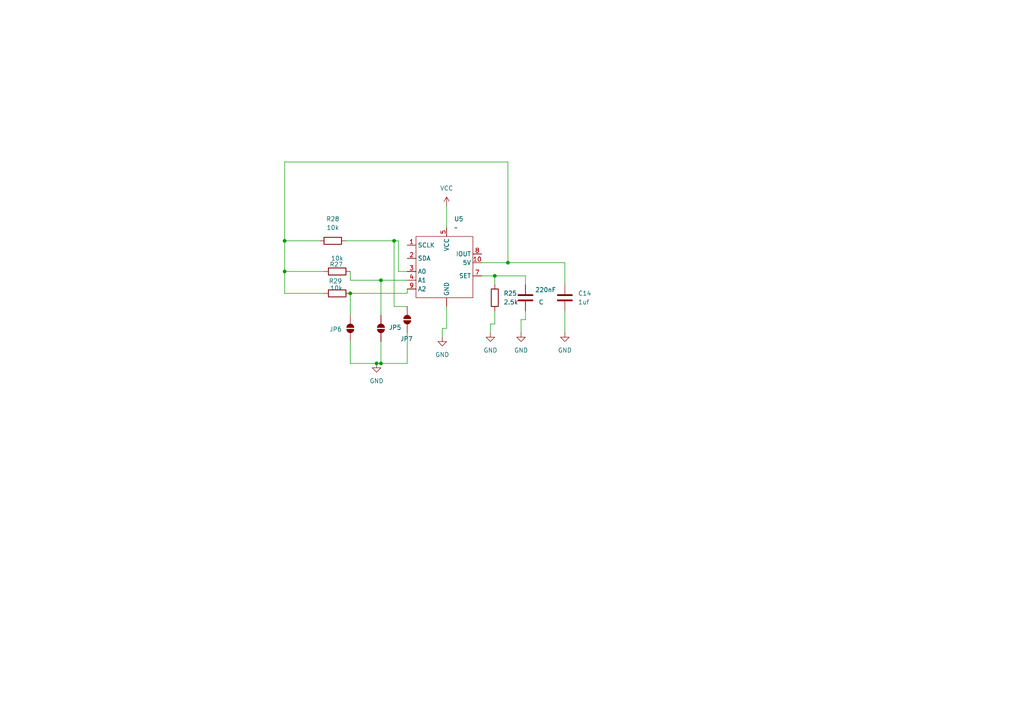
<source format=kicad_sch>
(kicad_sch
	(version 20250114)
	(generator "eeschema")
	(generator_version "9.0")
	(uuid "ce274fe2-4992-4993-b47d-9fec10148ec7")
	(paper "A4")
	(lib_symbols
		(symbol "Device:C"
			(pin_numbers
				(hide yes)
			)
			(pin_names
				(offset 0.254)
			)
			(exclude_from_sim no)
			(in_bom yes)
			(on_board yes)
			(property "Reference" "C"
				(at 0.635 2.54 0)
				(effects
					(font
						(size 1.27 1.27)
					)
					(justify left)
				)
			)
			(property "Value" "C"
				(at 0.635 -2.54 0)
				(effects
					(font
						(size 1.27 1.27)
					)
					(justify left)
				)
			)
			(property "Footprint" ""
				(at 0.9652 -3.81 0)
				(effects
					(font
						(size 1.27 1.27)
					)
					(hide yes)
				)
			)
			(property "Datasheet" "~"
				(at 0 0 0)
				(effects
					(font
						(size 1.27 1.27)
					)
					(hide yes)
				)
			)
			(property "Description" "Unpolarized capacitor"
				(at 0 0 0)
				(effects
					(font
						(size 1.27 1.27)
					)
					(hide yes)
				)
			)
			(property "ki_keywords" "cap capacitor"
				(at 0 0 0)
				(effects
					(font
						(size 1.27 1.27)
					)
					(hide yes)
				)
			)
			(property "ki_fp_filters" "C_*"
				(at 0 0 0)
				(effects
					(font
						(size 1.27 1.27)
					)
					(hide yes)
				)
			)
			(symbol "C_0_1"
				(polyline
					(pts
						(xy -2.032 0.762) (xy 2.032 0.762)
					)
					(stroke
						(width 0.508)
						(type default)
					)
					(fill
						(type none)
					)
				)
				(polyline
					(pts
						(xy -2.032 -0.762) (xy 2.032 -0.762)
					)
					(stroke
						(width 0.508)
						(type default)
					)
					(fill
						(type none)
					)
				)
			)
			(symbol "C_1_1"
				(pin passive line
					(at 0 3.81 270)
					(length 2.794)
					(name "~"
						(effects
							(font
								(size 1.27 1.27)
							)
						)
					)
					(number "1"
						(effects
							(font
								(size 1.27 1.27)
							)
						)
					)
				)
				(pin passive line
					(at 0 -3.81 90)
					(length 2.794)
					(name "~"
						(effects
							(font
								(size 1.27 1.27)
							)
						)
					)
					(number "2"
						(effects
							(font
								(size 1.27 1.27)
							)
						)
					)
				)
			)
			(embedded_fonts no)
		)
		(symbol "Device:R"
			(pin_numbers
				(hide yes)
			)
			(pin_names
				(offset 0)
			)
			(exclude_from_sim no)
			(in_bom yes)
			(on_board yes)
			(property "Reference" "R"
				(at 2.032 0 90)
				(effects
					(font
						(size 1.27 1.27)
					)
				)
			)
			(property "Value" "R"
				(at 0 0 90)
				(effects
					(font
						(size 1.27 1.27)
					)
				)
			)
			(property "Footprint" ""
				(at -1.778 0 90)
				(effects
					(font
						(size 1.27 1.27)
					)
					(hide yes)
				)
			)
			(property "Datasheet" "~"
				(at 0 0 0)
				(effects
					(font
						(size 1.27 1.27)
					)
					(hide yes)
				)
			)
			(property "Description" "Resistor"
				(at 0 0 0)
				(effects
					(font
						(size 1.27 1.27)
					)
					(hide yes)
				)
			)
			(property "ki_keywords" "R res resistor"
				(at 0 0 0)
				(effects
					(font
						(size 1.27 1.27)
					)
					(hide yes)
				)
			)
			(property "ki_fp_filters" "R_*"
				(at 0 0 0)
				(effects
					(font
						(size 1.27 1.27)
					)
					(hide yes)
				)
			)
			(symbol "R_0_1"
				(rectangle
					(start -1.016 -2.54)
					(end 1.016 2.54)
					(stroke
						(width 0.254)
						(type default)
					)
					(fill
						(type none)
					)
				)
			)
			(symbol "R_1_1"
				(pin passive line
					(at 0 3.81 270)
					(length 1.27)
					(name "~"
						(effects
							(font
								(size 1.27 1.27)
							)
						)
					)
					(number "1"
						(effects
							(font
								(size 1.27 1.27)
							)
						)
					)
				)
				(pin passive line
					(at 0 -3.81 90)
					(length 1.27)
					(name "~"
						(effects
							(font
								(size 1.27 1.27)
							)
						)
					)
					(number "2"
						(effects
							(font
								(size 1.27 1.27)
							)
						)
					)
				)
			)
			(embedded_fonts no)
		)
		(symbol "Jumper:SolderJumper_2_Open"
			(pin_numbers
				(hide yes)
			)
			(pin_names
				(offset 0)
				(hide yes)
			)
			(exclude_from_sim no)
			(in_bom no)
			(on_board yes)
			(property "Reference" "JP"
				(at 0 2.032 0)
				(effects
					(font
						(size 1.27 1.27)
					)
				)
			)
			(property "Value" "SolderJumper_2_Open"
				(at 0 -2.54 0)
				(effects
					(font
						(size 1.27 1.27)
					)
				)
			)
			(property "Footprint" ""
				(at 0 0 0)
				(effects
					(font
						(size 1.27 1.27)
					)
					(hide yes)
				)
			)
			(property "Datasheet" "~"
				(at 0 0 0)
				(effects
					(font
						(size 1.27 1.27)
					)
					(hide yes)
				)
			)
			(property "Description" "Solder Jumper, 2-pole, open"
				(at 0 0 0)
				(effects
					(font
						(size 1.27 1.27)
					)
					(hide yes)
				)
			)
			(property "ki_keywords" "solder jumper SPST"
				(at 0 0 0)
				(effects
					(font
						(size 1.27 1.27)
					)
					(hide yes)
				)
			)
			(property "ki_fp_filters" "SolderJumper*Open*"
				(at 0 0 0)
				(effects
					(font
						(size 1.27 1.27)
					)
					(hide yes)
				)
			)
			(symbol "SolderJumper_2_Open_0_1"
				(polyline
					(pts
						(xy -0.254 1.016) (xy -0.254 -1.016)
					)
					(stroke
						(width 0)
						(type default)
					)
					(fill
						(type none)
					)
				)
				(arc
					(start -0.254 -1.016)
					(mid -1.2656 0)
					(end -0.254 1.016)
					(stroke
						(width 0)
						(type default)
					)
					(fill
						(type none)
					)
				)
				(arc
					(start -0.254 -1.016)
					(mid -1.2656 0)
					(end -0.254 1.016)
					(stroke
						(width 0)
						(type default)
					)
					(fill
						(type outline)
					)
				)
				(arc
					(start 0.254 1.016)
					(mid 1.2656 0)
					(end 0.254 -1.016)
					(stroke
						(width 0)
						(type default)
					)
					(fill
						(type none)
					)
				)
				(arc
					(start 0.254 1.016)
					(mid 1.2656 0)
					(end 0.254 -1.016)
					(stroke
						(width 0)
						(type default)
					)
					(fill
						(type outline)
					)
				)
				(polyline
					(pts
						(xy 0.254 1.016) (xy 0.254 -1.016)
					)
					(stroke
						(width 0)
						(type default)
					)
					(fill
						(type none)
					)
				)
			)
			(symbol "SolderJumper_2_Open_1_1"
				(pin passive line
					(at -3.81 0 0)
					(length 2.54)
					(name "A"
						(effects
							(font
								(size 1.27 1.27)
							)
						)
					)
					(number "1"
						(effects
							(font
								(size 1.27 1.27)
							)
						)
					)
				)
				(pin passive line
					(at 3.81 0 180)
					(length 2.54)
					(name "B"
						(effects
							(font
								(size 1.27 1.27)
							)
						)
					)
					(number "2"
						(effects
							(font
								(size 1.27 1.27)
							)
						)
					)
				)
			)
			(embedded_fonts no)
		)
		(symbol "flautolibrery:mA_in"
			(exclude_from_sim no)
			(in_bom yes)
			(on_board yes)
			(property "Reference" "U"
				(at 0 0 0)
				(effects
					(font
						(size 1.27 1.27)
					)
				)
			)
			(property "Value" ""
				(at 0 0 0)
				(effects
					(font
						(size 1.27 1.27)
					)
				)
			)
			(property "Footprint" ""
				(at 0 0 0)
				(effects
					(font
						(size 1.27 1.27)
					)
					(hide yes)
				)
			)
			(property "Datasheet" ""
				(at 0 0 0)
				(effects
					(font
						(size 1.27 1.27)
					)
					(hide yes)
				)
			)
			(property "Description" ""
				(at 0 0 0)
				(effects
					(font
						(size 1.27 1.27)
					)
					(hide yes)
				)
			)
			(symbol "mA_in_0_1"
				(rectangle
					(start 1.27 0)
					(end 17.78 -17.78)
					(stroke
						(width 0)
						(type default)
					)
					(fill
						(type none)
					)
				)
			)
			(symbol "mA_in_1_1"
				(pin input line
					(at -1.27 -2.54 0)
					(length 2.54)
					(name "SCLK"
						(effects
							(font
								(size 1.27 1.27)
							)
						)
					)
					(number "1"
						(effects
							(font
								(size 1.27 1.27)
							)
						)
					)
				)
				(pin input line
					(at -1.27 -6.35 0)
					(length 2.54)
					(name "SDA"
						(effects
							(font
								(size 1.27 1.27)
							)
						)
					)
					(number "2"
						(effects
							(font
								(size 1.27 1.27)
							)
						)
					)
				)
				(pin input line
					(at -1.27 -10.16 0)
					(length 2.54)
					(name "A0"
						(effects
							(font
								(size 1.27 1.27)
							)
						)
					)
					(number "3"
						(effects
							(font
								(size 1.27 1.27)
							)
						)
					)
				)
				(pin input line
					(at -1.27 -12.7 0)
					(length 2.54)
					(name "A1"
						(effects
							(font
								(size 1.27 1.27)
							)
						)
					)
					(number "4"
						(effects
							(font
								(size 1.27 1.27)
							)
						)
					)
				)
				(pin input line
					(at -1.27 -15.24 0)
					(length 2.54)
					(name "A2"
						(effects
							(font
								(size 1.27 1.27)
							)
						)
					)
					(number "9"
						(effects
							(font
								(size 1.27 1.27)
							)
						)
					)
				)
				(pin input line
					(at 10.16 2.54 270)
					(length 2.54)
					(name "VCC"
						(effects
							(font
								(size 1.27 1.27)
							)
						)
					)
					(number "5"
						(effects
							(font
								(size 1.27 1.27)
							)
						)
					)
				)
				(pin input line
					(at 10.16 -20.32 90)
					(length 2.54)
					(name "GND"
						(effects
							(font
								(size 1.27 1.27)
							)
						)
					)
					(number ""
						(effects
							(font
								(size 1.27 1.27)
							)
						)
					)
				)
				(pin input line
					(at 20.32 -5.08 180)
					(length 2.54)
					(name "IOUT"
						(effects
							(font
								(size 1.27 1.27)
							)
						)
					)
					(number "8"
						(effects
							(font
								(size 1.27 1.27)
							)
						)
					)
				)
				(pin input line
					(at 20.32 -7.62 180)
					(length 2.54)
					(name "5V"
						(effects
							(font
								(size 1.27 1.27)
							)
						)
					)
					(number "10"
						(effects
							(font
								(size 1.27 1.27)
							)
						)
					)
				)
				(pin input line
					(at 20.32 -11.43 180)
					(length 2.54)
					(name "SET"
						(effects
							(font
								(size 1.27 1.27)
							)
						)
					)
					(number "7"
						(effects
							(font
								(size 1.27 1.27)
							)
						)
					)
				)
			)
			(embedded_fonts no)
		)
		(symbol "power:GND"
			(power)
			(pin_numbers
				(hide yes)
			)
			(pin_names
				(offset 0)
				(hide yes)
			)
			(exclude_from_sim no)
			(in_bom yes)
			(on_board yes)
			(property "Reference" "#PWR"
				(at 0 -6.35 0)
				(effects
					(font
						(size 1.27 1.27)
					)
					(hide yes)
				)
			)
			(property "Value" "GND"
				(at 0 -3.81 0)
				(effects
					(font
						(size 1.27 1.27)
					)
				)
			)
			(property "Footprint" ""
				(at 0 0 0)
				(effects
					(font
						(size 1.27 1.27)
					)
					(hide yes)
				)
			)
			(property "Datasheet" ""
				(at 0 0 0)
				(effects
					(font
						(size 1.27 1.27)
					)
					(hide yes)
				)
			)
			(property "Description" "Power symbol creates a global label with name \"GND\" , ground"
				(at 0 0 0)
				(effects
					(font
						(size 1.27 1.27)
					)
					(hide yes)
				)
			)
			(property "ki_keywords" "global power"
				(at 0 0 0)
				(effects
					(font
						(size 1.27 1.27)
					)
					(hide yes)
				)
			)
			(symbol "GND_0_1"
				(polyline
					(pts
						(xy 0 0) (xy 0 -1.27) (xy 1.27 -1.27) (xy 0 -2.54) (xy -1.27 -1.27) (xy 0 -1.27)
					)
					(stroke
						(width 0)
						(type default)
					)
					(fill
						(type none)
					)
				)
			)
			(symbol "GND_1_1"
				(pin power_in line
					(at 0 0 270)
					(length 0)
					(name "~"
						(effects
							(font
								(size 1.27 1.27)
							)
						)
					)
					(number "1"
						(effects
							(font
								(size 1.27 1.27)
							)
						)
					)
				)
			)
			(embedded_fonts no)
		)
		(symbol "power:VCC"
			(power)
			(pin_numbers
				(hide yes)
			)
			(pin_names
				(offset 0)
				(hide yes)
			)
			(exclude_from_sim no)
			(in_bom yes)
			(on_board yes)
			(property "Reference" "#PWR"
				(at 0 -3.81 0)
				(effects
					(font
						(size 1.27 1.27)
					)
					(hide yes)
				)
			)
			(property "Value" "VCC"
				(at 0 3.556 0)
				(effects
					(font
						(size 1.27 1.27)
					)
				)
			)
			(property "Footprint" ""
				(at 0 0 0)
				(effects
					(font
						(size 1.27 1.27)
					)
					(hide yes)
				)
			)
			(property "Datasheet" ""
				(at 0 0 0)
				(effects
					(font
						(size 1.27 1.27)
					)
					(hide yes)
				)
			)
			(property "Description" "Power symbol creates a global label with name \"VCC\""
				(at 0 0 0)
				(effects
					(font
						(size 1.27 1.27)
					)
					(hide yes)
				)
			)
			(property "ki_keywords" "global power"
				(at 0 0 0)
				(effects
					(font
						(size 1.27 1.27)
					)
					(hide yes)
				)
			)
			(symbol "VCC_0_1"
				(polyline
					(pts
						(xy -0.762 1.27) (xy 0 2.54)
					)
					(stroke
						(width 0)
						(type default)
					)
					(fill
						(type none)
					)
				)
				(polyline
					(pts
						(xy 0 2.54) (xy 0.762 1.27)
					)
					(stroke
						(width 0)
						(type default)
					)
					(fill
						(type none)
					)
				)
				(polyline
					(pts
						(xy 0 0) (xy 0 2.54)
					)
					(stroke
						(width 0)
						(type default)
					)
					(fill
						(type none)
					)
				)
			)
			(symbol "VCC_1_1"
				(pin power_in line
					(at 0 0 90)
					(length 0)
					(name "~"
						(effects
							(font
								(size 1.27 1.27)
							)
						)
					)
					(number "1"
						(effects
							(font
								(size 1.27 1.27)
							)
						)
					)
				)
			)
			(embedded_fonts no)
		)
	)
	(junction
		(at 101.6 85.09)
		(diameter 0)
		(color 0 0 0 0)
		(uuid "06451fba-e783-46f1-b09f-5279bb56c2fd")
	)
	(junction
		(at 82.55 78.74)
		(diameter 0)
		(color 0 0 0 0)
		(uuid "19788d39-16ae-4195-93da-26f1147bdb1f")
	)
	(junction
		(at 109.22 105.41)
		(diameter 0)
		(color 0 0 0 0)
		(uuid "47c05206-b05a-4138-a106-a4ba78ba8140")
	)
	(junction
		(at 82.55 69.85)
		(diameter 0)
		(color 0 0 0 0)
		(uuid "601a90fc-5092-4618-99c8-ff24ff63aa1f")
	)
	(junction
		(at 110.49 105.41)
		(diameter 0)
		(color 0 0 0 0)
		(uuid "63fa56a2-ca9b-478b-81ed-9971211d09b5")
	)
	(junction
		(at 143.51 80.01)
		(diameter 0)
		(color 0 0 0 0)
		(uuid "90427e10-1328-43e4-8515-81d6d8a34330")
	)
	(junction
		(at 147.32 76.2)
		(diameter 0)
		(color 0 0 0 0)
		(uuid "941a99fb-4650-4b3e-8101-b5a0fb3cfafd")
	)
	(junction
		(at 114.3 69.85)
		(diameter 0)
		(color 0 0 0 0)
		(uuid "cea418c5-e5d0-423a-9b44-35bb0c9552f4")
	)
	(junction
		(at 110.49 81.28)
		(diameter 0)
		(color 0 0 0 0)
		(uuid "d0b20c9f-f847-4809-9f1a-fec133c268eb")
	)
	(wire
		(pts
			(xy 118.11 96.52) (xy 118.11 105.41)
		)
		(stroke
			(width 0)
			(type default)
		)
		(uuid "03c6d7d1-b95e-42dd-89df-6728a5df0c88")
	)
	(wire
		(pts
			(xy 143.51 80.01) (xy 143.51 82.55)
		)
		(stroke
			(width 0)
			(type default)
		)
		(uuid "06a2a989-2c9a-4774-ae01-174d0030a045")
	)
	(wire
		(pts
			(xy 118.11 105.41) (xy 110.49 105.41)
		)
		(stroke
			(width 0)
			(type default)
		)
		(uuid "0a10ad7f-1161-4b88-af63-be6d8c906585")
	)
	(wire
		(pts
			(xy 115.57 69.85) (xy 115.57 78.74)
		)
		(stroke
			(width 0)
			(type default)
		)
		(uuid "16fbac1c-9908-47b3-b87c-ab305b1d1390")
	)
	(wire
		(pts
			(xy 128.27 95.25) (xy 128.27 97.79)
		)
		(stroke
			(width 0)
			(type default)
		)
		(uuid "1c9ec019-0ea7-4b54-9de8-59d53dc7628a")
	)
	(wire
		(pts
			(xy 101.6 85.09) (xy 118.11 85.09)
		)
		(stroke
			(width 0)
			(type default)
		)
		(uuid "1dc78b5a-a6c4-4d63-a466-dcb404a867d8")
	)
	(wire
		(pts
			(xy 115.57 78.74) (xy 118.11 78.74)
		)
		(stroke
			(width 0)
			(type default)
		)
		(uuid "1ea0fe68-eaa9-4af2-ae69-7b1e7c8e131f")
	)
	(wire
		(pts
			(xy 142.24 93.98) (xy 142.24 96.52)
		)
		(stroke
			(width 0)
			(type default)
		)
		(uuid "28f20dfc-348c-4e69-846a-c813d3eb592f")
	)
	(wire
		(pts
			(xy 101.6 99.06) (xy 101.6 105.41)
		)
		(stroke
			(width 0)
			(type default)
		)
		(uuid "315f04f6-93d5-4eae-934f-49412889ef2b")
	)
	(wire
		(pts
			(xy 152.4 92.71) (xy 151.13 92.71)
		)
		(stroke
			(width 0)
			(type default)
		)
		(uuid "36b189f3-2cca-4088-9896-ad6af345ced1")
	)
	(wire
		(pts
			(xy 114.3 88.9) (xy 114.3 69.85)
		)
		(stroke
			(width 0)
			(type default)
		)
		(uuid "3aa42f96-7ed7-4841-bd5c-0b12366dbd00")
	)
	(wire
		(pts
			(xy 82.55 85.09) (xy 82.55 78.74)
		)
		(stroke
			(width 0)
			(type default)
		)
		(uuid "432df139-7ec3-4624-923b-25827d05e7c1")
	)
	(wire
		(pts
			(xy 147.32 76.2) (xy 139.7 76.2)
		)
		(stroke
			(width 0)
			(type default)
		)
		(uuid "44051a26-eb92-4296-83fb-d3b0f48bedc5")
	)
	(wire
		(pts
			(xy 143.51 90.17) (xy 143.51 93.98)
		)
		(stroke
			(width 0)
			(type default)
		)
		(uuid "49a256f6-1126-4f7e-a902-9ff294eef7e2")
	)
	(wire
		(pts
			(xy 82.55 46.99) (xy 147.32 46.99)
		)
		(stroke
			(width 0)
			(type default)
		)
		(uuid "4fdcfd8e-c9e3-49cd-a38e-4dc503d982ab")
	)
	(wire
		(pts
			(xy 93.98 85.09) (xy 82.55 85.09)
		)
		(stroke
			(width 0)
			(type default)
		)
		(uuid "5b7c374c-0333-4a95-af51-d7165376d92a")
	)
	(wire
		(pts
			(xy 110.49 91.44) (xy 110.49 81.28)
		)
		(stroke
			(width 0)
			(type default)
		)
		(uuid "5d5cd6f8-4a1a-4033-b6a4-3b11efa2a4eb")
	)
	(wire
		(pts
			(xy 139.7 80.01) (xy 143.51 80.01)
		)
		(stroke
			(width 0)
			(type default)
		)
		(uuid "60468abb-32e7-42ce-aa51-6a79072fa151")
	)
	(wire
		(pts
			(xy 147.32 46.99) (xy 147.32 76.2)
		)
		(stroke
			(width 0)
			(type default)
		)
		(uuid "619f9640-6a88-495a-9997-ee2b39c14585")
	)
	(wire
		(pts
			(xy 82.55 69.85) (xy 82.55 78.74)
		)
		(stroke
			(width 0)
			(type default)
		)
		(uuid "6da34a9f-60ee-48fb-b7aa-c660f137f401")
	)
	(wire
		(pts
			(xy 110.49 81.28) (xy 118.11 81.28)
		)
		(stroke
			(width 0)
			(type default)
		)
		(uuid "771373bc-8ce1-49bf-a25a-49e05495af7e")
	)
	(wire
		(pts
			(xy 110.49 105.41) (xy 109.22 105.41)
		)
		(stroke
			(width 0)
			(type default)
		)
		(uuid "84bdf5d5-8df2-481f-9bee-48ea74cf297c")
	)
	(wire
		(pts
			(xy 143.51 80.01) (xy 152.4 80.01)
		)
		(stroke
			(width 0)
			(type default)
		)
		(uuid "8627ebc2-d759-4bc1-a624-4abbe2441221")
	)
	(wire
		(pts
			(xy 129.54 59.69) (xy 129.54 66.04)
		)
		(stroke
			(width 0)
			(type default)
		)
		(uuid "8aa5c5e8-b446-4520-b914-772f474b7e3c")
	)
	(wire
		(pts
			(xy 151.13 92.71) (xy 151.13 96.52)
		)
		(stroke
			(width 0)
			(type default)
		)
		(uuid "8c83bb95-fc38-4bd0-9f5d-b797f0b53a92")
	)
	(wire
		(pts
			(xy 152.4 82.55) (xy 152.4 80.01)
		)
		(stroke
			(width 0)
			(type default)
		)
		(uuid "93201c58-55d0-4fd5-a781-cd96f5d8cc6d")
	)
	(wire
		(pts
			(xy 163.83 90.17) (xy 163.83 96.52)
		)
		(stroke
			(width 0)
			(type default)
		)
		(uuid "ab295495-0117-4bf1-aea4-10c24c200c30")
	)
	(wire
		(pts
			(xy 101.6 78.74) (xy 101.6 81.28)
		)
		(stroke
			(width 0)
			(type default)
		)
		(uuid "af7b2bff-e8fe-4260-8b86-db8e7f7fc9d0")
	)
	(wire
		(pts
			(xy 93.98 78.74) (xy 82.55 78.74)
		)
		(stroke
			(width 0)
			(type default)
		)
		(uuid "b087e30f-7eea-4563-b47b-8f401901949a")
	)
	(wire
		(pts
			(xy 118.11 88.9) (xy 114.3 88.9)
		)
		(stroke
			(width 0)
			(type default)
		)
		(uuid "b57f7def-7b60-45aa-8f01-5e78bf7a48f9")
	)
	(wire
		(pts
			(xy 114.3 69.85) (xy 115.57 69.85)
		)
		(stroke
			(width 0)
			(type default)
		)
		(uuid "b6490fc5-1d21-484d-82f5-7b1eb327604f")
	)
	(wire
		(pts
			(xy 152.4 90.17) (xy 152.4 92.71)
		)
		(stroke
			(width 0)
			(type default)
		)
		(uuid "c6d73c7d-31ea-4a28-b2a5-6d444bd9f280")
	)
	(wire
		(pts
			(xy 100.33 69.85) (xy 114.3 69.85)
		)
		(stroke
			(width 0)
			(type default)
		)
		(uuid "d72f4709-6346-4cbd-afae-cf9602c84284")
	)
	(wire
		(pts
			(xy 129.54 88.9) (xy 129.54 95.25)
		)
		(stroke
			(width 0)
			(type default)
		)
		(uuid "d8fc818a-b9e4-4c29-b9b0-399c06222100")
	)
	(wire
		(pts
			(xy 163.83 76.2) (xy 147.32 76.2)
		)
		(stroke
			(width 0)
			(type default)
		)
		(uuid "e07a6779-7765-4341-9b12-9bb8412b742e")
	)
	(wire
		(pts
			(xy 82.55 46.99) (xy 82.55 69.85)
		)
		(stroke
			(width 0)
			(type default)
		)
		(uuid "e2ec4a15-0923-4fff-8add-83019bfda904")
	)
	(wire
		(pts
			(xy 101.6 81.28) (xy 110.49 81.28)
		)
		(stroke
			(width 0)
			(type default)
		)
		(uuid "e4092b16-ea56-4d1d-8d45-7f31856ff989")
	)
	(wire
		(pts
			(xy 92.71 69.85) (xy 82.55 69.85)
		)
		(stroke
			(width 0)
			(type default)
		)
		(uuid "e7a96678-af5d-41d0-922b-a77172e369d5")
	)
	(wire
		(pts
			(xy 163.83 82.55) (xy 163.83 76.2)
		)
		(stroke
			(width 0)
			(type default)
		)
		(uuid "e8c98ce5-562c-444d-9f63-84a10f74296c")
	)
	(wire
		(pts
			(xy 110.49 99.06) (xy 110.49 105.41)
		)
		(stroke
			(width 0)
			(type default)
		)
		(uuid "ea0030fe-4bd4-4a47-85c1-608d1cf4592e")
	)
	(wire
		(pts
			(xy 129.54 95.25) (xy 128.27 95.25)
		)
		(stroke
			(width 0)
			(type default)
		)
		(uuid "ed70f516-e641-448f-bea4-c442fc044f74")
	)
	(wire
		(pts
			(xy 118.11 85.09) (xy 118.11 83.82)
		)
		(stroke
			(width 0)
			(type default)
		)
		(uuid "f3efbe4c-0f4e-4498-8468-fb8b95e66aaa")
	)
	(wire
		(pts
			(xy 101.6 91.44) (xy 101.6 85.09)
		)
		(stroke
			(width 0)
			(type default)
		)
		(uuid "f56ce85a-e154-4177-8de1-bd04cbd2e14f")
	)
	(wire
		(pts
			(xy 143.51 93.98) (xy 142.24 93.98)
		)
		(stroke
			(width 0)
			(type default)
		)
		(uuid "f629248c-be01-4f5e-a053-5e0060b82d95")
	)
	(wire
		(pts
			(xy 101.6 105.41) (xy 109.22 105.41)
		)
		(stroke
			(width 0)
			(type default)
		)
		(uuid "fcd8ecd1-93b9-41d3-b88c-79a34e4fd0d1")
	)
	(symbol
		(lib_id "power:GND")
		(at 109.22 105.41 0)
		(unit 1)
		(exclude_from_sim no)
		(in_bom yes)
		(on_board yes)
		(dnp no)
		(fields_autoplaced yes)
		(uuid "044bf13c-140b-43d1-b334-8c22ad224997")
		(property "Reference" "#PWR070"
			(at 109.22 111.76 0)
			(effects
				(font
					(size 1.27 1.27)
				)
				(hide yes)
			)
		)
		(property "Value" "GND"
			(at 109.22 110.49 0)
			(effects
				(font
					(size 1.27 1.27)
				)
			)
		)
		(property "Footprint" ""
			(at 109.22 105.41 0)
			(effects
				(font
					(size 1.27 1.27)
				)
				(hide yes)
			)
		)
		(property "Datasheet" ""
			(at 109.22 105.41 0)
			(effects
				(font
					(size 1.27 1.27)
				)
				(hide yes)
			)
		)
		(property "Description" "Power symbol creates a global label with name \"GND\" , ground"
			(at 109.22 105.41 0)
			(effects
				(font
					(size 1.27 1.27)
				)
				(hide yes)
			)
		)
		(pin "1"
			(uuid "d4c8e7d4-c323-4efb-876d-80518174436a")
		)
		(instances
			(project "NIVARA PROJECT"
				(path "/dc6fb271-dfd0-4448-98f1-862b1cc93a80/2ca62569-d560-4cca-9470-52fd378086ae/913cb355-9a48-4e82-90ff-81877341ca56"
					(reference "#PWR070")
					(unit 1)
				)
			)
		)
	)
	(symbol
		(lib_id "power:GND")
		(at 142.24 96.52 0)
		(unit 1)
		(exclude_from_sim no)
		(in_bom yes)
		(on_board yes)
		(dnp no)
		(fields_autoplaced yes)
		(uuid "0fce3c1a-daea-46b9-83ea-b2a779b19cfa")
		(property "Reference" "#PWR067"
			(at 142.24 102.87 0)
			(effects
				(font
					(size 1.27 1.27)
				)
				(hide yes)
			)
		)
		(property "Value" "GND"
			(at 142.24 101.6 0)
			(effects
				(font
					(size 1.27 1.27)
				)
			)
		)
		(property "Footprint" ""
			(at 142.24 96.52 0)
			(effects
				(font
					(size 1.27 1.27)
				)
				(hide yes)
			)
		)
		(property "Datasheet" ""
			(at 142.24 96.52 0)
			(effects
				(font
					(size 1.27 1.27)
				)
				(hide yes)
			)
		)
		(property "Description" "Power symbol creates a global label with name \"GND\" , ground"
			(at 142.24 96.52 0)
			(effects
				(font
					(size 1.27 1.27)
				)
				(hide yes)
			)
		)
		(pin "1"
			(uuid "69d65704-84dc-4459-a1c1-492e840e2883")
		)
		(instances
			(project "NIVARA PROJECT"
				(path "/dc6fb271-dfd0-4448-98f1-862b1cc93a80/2ca62569-d560-4cca-9470-52fd378086ae/913cb355-9a48-4e82-90ff-81877341ca56"
					(reference "#PWR067")
					(unit 1)
				)
			)
		)
	)
	(symbol
		(lib_id "Jumper:SolderJumper_2_Open")
		(at 101.6 95.25 90)
		(unit 1)
		(exclude_from_sim no)
		(in_bom no)
		(on_board yes)
		(dnp no)
		(uuid "1dee466c-abe2-48fb-b255-a2b554eaf10a")
		(property "Reference" "JP6"
			(at 95.504 95.504 90)
			(effects
				(font
					(size 1.27 1.27)
				)
				(justify right)
			)
		)
		(property "Value" "SolderJumper_2_Open"
			(at 104.14 96.5199 90)
			(effects
				(font
					(size 1.27 1.27)
				)
				(justify right)
				(hide yes)
			)
		)
		(property "Footprint" ""
			(at 101.6 95.25 0)
			(effects
				(font
					(size 1.27 1.27)
				)
				(hide yes)
			)
		)
		(property "Datasheet" "~"
			(at 101.6 95.25 0)
			(effects
				(font
					(size 1.27 1.27)
				)
				(hide yes)
			)
		)
		(property "Description" "Solder Jumper, 2-pole, open"
			(at 101.6 95.25 0)
			(effects
				(font
					(size 1.27 1.27)
				)
				(hide yes)
			)
		)
		(pin "1"
			(uuid "b69b6409-59e0-4ff8-bdac-64c77aebc47c")
		)
		(pin "2"
			(uuid "0e0343f8-a52d-4933-8793-809c5ea4dcf8")
		)
		(instances
			(project "NIVARA PROJECT"
				(path "/dc6fb271-dfd0-4448-98f1-862b1cc93a80/2ca62569-d560-4cca-9470-52fd378086ae/913cb355-9a48-4e82-90ff-81877341ca56"
					(reference "JP6")
					(unit 1)
				)
			)
		)
	)
	(symbol
		(lib_id "Device:R")
		(at 97.79 85.09 90)
		(unit 1)
		(exclude_from_sim no)
		(in_bom yes)
		(on_board yes)
		(dnp no)
		(uuid "438dc1b2-88e0-4c11-a880-64ea008c4dce")
		(property "Reference" "R29"
			(at 97.282 81.534 90)
			(effects
				(font
					(size 1.27 1.27)
				)
			)
		)
		(property "Value" "10k"
			(at 97.536 83.566 90)
			(effects
				(font
					(size 1.27 1.27)
				)
			)
		)
		(property "Footprint" ""
			(at 97.79 86.868 90)
			(effects
				(font
					(size 1.27 1.27)
				)
				(hide yes)
			)
		)
		(property "Datasheet" "~"
			(at 97.79 85.09 0)
			(effects
				(font
					(size 1.27 1.27)
				)
				(hide yes)
			)
		)
		(property "Description" "Resistor"
			(at 97.79 85.09 0)
			(effects
				(font
					(size 1.27 1.27)
				)
				(hide yes)
			)
		)
		(pin "1"
			(uuid "0448e80f-c03f-40ac-9251-836afaf6010a")
		)
		(pin "2"
			(uuid "3403377c-4535-46eb-868f-5d6e361e60a2")
		)
		(instances
			(project "NIVARA PROJECT"
				(path "/dc6fb271-dfd0-4448-98f1-862b1cc93a80/2ca62569-d560-4cca-9470-52fd378086ae/913cb355-9a48-4e82-90ff-81877341ca56"
					(reference "R29")
					(unit 1)
				)
			)
		)
	)
	(symbol
		(lib_id "power:VCC")
		(at 129.54 59.69 0)
		(unit 1)
		(exclude_from_sim no)
		(in_bom yes)
		(on_board yes)
		(dnp no)
		(fields_autoplaced yes)
		(uuid "56341806-e1d9-4853-93c7-17ee08559906")
		(property "Reference" "#PWR052"
			(at 129.54 63.5 0)
			(effects
				(font
					(size 1.27 1.27)
				)
				(hide yes)
			)
		)
		(property "Value" "VCC"
			(at 129.54 54.61 0)
			(effects
				(font
					(size 1.27 1.27)
				)
			)
		)
		(property "Footprint" ""
			(at 129.54 59.69 0)
			(effects
				(font
					(size 1.27 1.27)
				)
				(hide yes)
			)
		)
		(property "Datasheet" ""
			(at 129.54 59.69 0)
			(effects
				(font
					(size 1.27 1.27)
				)
				(hide yes)
			)
		)
		(property "Description" "Power symbol creates a global label with name \"VCC\""
			(at 129.54 59.69 0)
			(effects
				(font
					(size 1.27 1.27)
				)
				(hide yes)
			)
		)
		(pin "1"
			(uuid "4ca646b5-b245-4745-8e5e-109998632367")
		)
		(instances
			(project "NIVARA PROJECT"
				(path "/dc6fb271-dfd0-4448-98f1-862b1cc93a80/2ca62569-d560-4cca-9470-52fd378086ae/913cb355-9a48-4e82-90ff-81877341ca56"
					(reference "#PWR052")
					(unit 1)
				)
			)
		)
	)
	(symbol
		(lib_id "power:GND")
		(at 163.83 96.52 0)
		(unit 1)
		(exclude_from_sim no)
		(in_bom yes)
		(on_board yes)
		(dnp no)
		(fields_autoplaced yes)
		(uuid "57f53ca3-1403-4c76-80eb-3f3d545fbb01")
		(property "Reference" "#PWR069"
			(at 163.83 102.87 0)
			(effects
				(font
					(size 1.27 1.27)
				)
				(hide yes)
			)
		)
		(property "Value" "GND"
			(at 163.83 101.6 0)
			(effects
				(font
					(size 1.27 1.27)
				)
			)
		)
		(property "Footprint" ""
			(at 163.83 96.52 0)
			(effects
				(font
					(size 1.27 1.27)
				)
				(hide yes)
			)
		)
		(property "Datasheet" ""
			(at 163.83 96.52 0)
			(effects
				(font
					(size 1.27 1.27)
				)
				(hide yes)
			)
		)
		(property "Description" "Power symbol creates a global label with name \"GND\" , ground"
			(at 163.83 96.52 0)
			(effects
				(font
					(size 1.27 1.27)
				)
				(hide yes)
			)
		)
		(pin "1"
			(uuid "2af0df84-2d92-4e23-aa3f-3eb931b6fe8d")
		)
		(instances
			(project "NIVARA PROJECT"
				(path "/dc6fb271-dfd0-4448-98f1-862b1cc93a80/2ca62569-d560-4cca-9470-52fd378086ae/913cb355-9a48-4e82-90ff-81877341ca56"
					(reference "#PWR069")
					(unit 1)
				)
			)
		)
	)
	(symbol
		(lib_id "Device:R")
		(at 143.51 86.36 0)
		(unit 1)
		(exclude_from_sim no)
		(in_bom yes)
		(on_board yes)
		(dnp no)
		(fields_autoplaced yes)
		(uuid "57ff8135-e2d1-43d0-b2db-02aa1ccc8b97")
		(property "Reference" "R25"
			(at 146.05 85.0899 0)
			(effects
				(font
					(size 1.27 1.27)
				)
				(justify left)
			)
		)
		(property "Value" "2.5k"
			(at 146.05 87.6299 0)
			(effects
				(font
					(size 1.27 1.27)
				)
				(justify left)
			)
		)
		(property "Footprint" ""
			(at 141.732 86.36 90)
			(effects
				(font
					(size 1.27 1.27)
				)
				(hide yes)
			)
		)
		(property "Datasheet" "~"
			(at 143.51 86.36 0)
			(effects
				(font
					(size 1.27 1.27)
				)
				(hide yes)
			)
		)
		(property "Description" "Resistor"
			(at 143.51 86.36 0)
			(effects
				(font
					(size 1.27 1.27)
				)
				(hide yes)
			)
		)
		(pin "1"
			(uuid "8cc2f6e1-2398-4690-8b43-167228b1fca6")
		)
		(pin "2"
			(uuid "3edc021f-aedf-4856-99e8-91dae3c442c7")
		)
		(instances
			(project ""
				(path "/dc6fb271-dfd0-4448-98f1-862b1cc93a80/2ca62569-d560-4cca-9470-52fd378086ae/913cb355-9a48-4e82-90ff-81877341ca56"
					(reference "R25")
					(unit 1)
				)
			)
		)
	)
	(symbol
		(lib_id "power:GND")
		(at 128.27 97.79 0)
		(unit 1)
		(exclude_from_sim no)
		(in_bom yes)
		(on_board yes)
		(dnp no)
		(fields_autoplaced yes)
		(uuid "84085025-77e5-4b60-af43-4781cd36899a")
		(property "Reference" "#PWR066"
			(at 128.27 104.14 0)
			(effects
				(font
					(size 1.27 1.27)
				)
				(hide yes)
			)
		)
		(property "Value" "GND"
			(at 128.27 102.87 0)
			(effects
				(font
					(size 1.27 1.27)
				)
			)
		)
		(property "Footprint" ""
			(at 128.27 97.79 0)
			(effects
				(font
					(size 1.27 1.27)
				)
				(hide yes)
			)
		)
		(property "Datasheet" ""
			(at 128.27 97.79 0)
			(effects
				(font
					(size 1.27 1.27)
				)
				(hide yes)
			)
		)
		(property "Description" "Power symbol creates a global label with name \"GND\" , ground"
			(at 128.27 97.79 0)
			(effects
				(font
					(size 1.27 1.27)
				)
				(hide yes)
			)
		)
		(pin "1"
			(uuid "c7ac8f50-010a-489c-95ec-c9884071a91a")
		)
		(instances
			(project "NIVARA PROJECT"
				(path "/dc6fb271-dfd0-4448-98f1-862b1cc93a80/2ca62569-d560-4cca-9470-52fd378086ae/913cb355-9a48-4e82-90ff-81877341ca56"
					(reference "#PWR066")
					(unit 1)
				)
			)
		)
	)
	(symbol
		(lib_id "power:GND")
		(at 151.13 96.52 0)
		(unit 1)
		(exclude_from_sim no)
		(in_bom yes)
		(on_board yes)
		(dnp no)
		(fields_autoplaced yes)
		(uuid "89567aa3-30df-4cb9-a624-31409224064e")
		(property "Reference" "#PWR068"
			(at 151.13 102.87 0)
			(effects
				(font
					(size 1.27 1.27)
				)
				(hide yes)
			)
		)
		(property "Value" "GND"
			(at 151.13 101.6 0)
			(effects
				(font
					(size 1.27 1.27)
				)
			)
		)
		(property "Footprint" ""
			(at 151.13 96.52 0)
			(effects
				(font
					(size 1.27 1.27)
				)
				(hide yes)
			)
		)
		(property "Datasheet" ""
			(at 151.13 96.52 0)
			(effects
				(font
					(size 1.27 1.27)
				)
				(hide yes)
			)
		)
		(property "Description" "Power symbol creates a global label with name \"GND\" , ground"
			(at 151.13 96.52 0)
			(effects
				(font
					(size 1.27 1.27)
				)
				(hide yes)
			)
		)
		(pin "1"
			(uuid "c8b67269-7ef7-43a7-a250-8a775432d5c7")
		)
		(instances
			(project "NIVARA PROJECT"
				(path "/dc6fb271-dfd0-4448-98f1-862b1cc93a80/2ca62569-d560-4cca-9470-52fd378086ae/913cb355-9a48-4e82-90ff-81877341ca56"
					(reference "#PWR068")
					(unit 1)
				)
			)
		)
	)
	(symbol
		(lib_id "Device:R")
		(at 97.79 78.74 90)
		(unit 1)
		(exclude_from_sim no)
		(in_bom yes)
		(on_board yes)
		(dnp no)
		(uuid "8f8cb212-7f36-4508-a3cc-496411e24d04")
		(property "Reference" "R27"
			(at 97.536 76.708 90)
			(effects
				(font
					(size 1.27 1.27)
				)
			)
		)
		(property "Value" "10k"
			(at 97.79 74.93 90)
			(effects
				(font
					(size 1.27 1.27)
				)
			)
		)
		(property "Footprint" ""
			(at 97.79 80.518 90)
			(effects
				(font
					(size 1.27 1.27)
				)
				(hide yes)
			)
		)
		(property "Datasheet" "~"
			(at 97.79 78.74 0)
			(effects
				(font
					(size 1.27 1.27)
				)
				(hide yes)
			)
		)
		(property "Description" "Resistor"
			(at 97.79 78.74 0)
			(effects
				(font
					(size 1.27 1.27)
				)
				(hide yes)
			)
		)
		(pin "1"
			(uuid "9de9432a-fdb4-41ae-a97f-d6ef98c61030")
		)
		(pin "2"
			(uuid "42d60bb8-8685-494b-81a8-886509702573")
		)
		(instances
			(project "NIVARA PROJECT"
				(path "/dc6fb271-dfd0-4448-98f1-862b1cc93a80/2ca62569-d560-4cca-9470-52fd378086ae/913cb355-9a48-4e82-90ff-81877341ca56"
					(reference "R27")
					(unit 1)
				)
			)
		)
	)
	(symbol
		(lib_id "Jumper:SolderJumper_2_Open")
		(at 110.49 95.25 90)
		(unit 1)
		(exclude_from_sim no)
		(in_bom no)
		(on_board yes)
		(dnp no)
		(uuid "a265fe54-12f0-4c52-a9f2-5f98d508a724")
		(property "Reference" "JP7"
			(at 116.078 98.298 90)
			(effects
				(font
					(size 1.27 1.27)
				)
				(justify right)
			)
		)
		(property "Value" "SolderJumper_2_Open"
			(at 113.03 96.5199 90)
			(effects
				(font
					(size 1.27 1.27)
				)
				(justify right)
				(hide yes)
			)
		)
		(property "Footprint" ""
			(at 110.49 95.25 0)
			(effects
				(font
					(size 1.27 1.27)
				)
				(hide yes)
			)
		)
		(property "Datasheet" "~"
			(at 110.49 95.25 0)
			(effects
				(font
					(size 1.27 1.27)
				)
				(hide yes)
			)
		)
		(property "Description" "Solder Jumper, 2-pole, open"
			(at 110.49 95.25 0)
			(effects
				(font
					(size 1.27 1.27)
				)
				(hide yes)
			)
		)
		(pin "1"
			(uuid "ca332825-0bc3-46d1-a3ce-d9a5479df680")
		)
		(pin "2"
			(uuid "55c127b8-9ea8-42b1-aec8-a43a2b1cb868")
		)
		(instances
			(project "NIVARA PROJECT"
				(path "/dc6fb271-dfd0-4448-98f1-862b1cc93a80/2ca62569-d560-4cca-9470-52fd378086ae/913cb355-9a48-4e82-90ff-81877341ca56"
					(reference "JP7")
					(unit 1)
				)
			)
		)
	)
	(symbol
		(lib_id "Device:C")
		(at 152.4 86.36 0)
		(unit 1)
		(exclude_from_sim no)
		(in_bom yes)
		(on_board yes)
		(dnp no)
		(uuid "a6b22710-f4b6-4704-9210-e5f3db12aa6e")
		(property "Reference" "220nF"
			(at 155.194 84.074 0)
			(effects
				(font
					(size 1.27 1.27)
				)
				(justify left)
			)
		)
		(property "Value" "C"
			(at 156.21 87.6299 0)
			(effects
				(font
					(size 1.27 1.27)
				)
				(justify left)
			)
		)
		(property "Footprint" ""
			(at 153.3652 90.17 0)
			(effects
				(font
					(size 1.27 1.27)
				)
				(hide yes)
			)
		)
		(property "Datasheet" "~"
			(at 152.4 86.36 0)
			(effects
				(font
					(size 1.27 1.27)
				)
				(hide yes)
			)
		)
		(property "Description" "Unpolarized capacitor"
			(at 152.4 86.36 0)
			(effects
				(font
					(size 1.27 1.27)
				)
				(hide yes)
			)
		)
		(pin "2"
			(uuid "1f1a2b45-6125-43c1-a0ae-9afef73332f9")
		)
		(pin "1"
			(uuid "c20d0c4b-5898-48f7-b2d4-edb84a4ca9f0")
		)
		(instances
			(project ""
				(path "/dc6fb271-dfd0-4448-98f1-862b1cc93a80/2ca62569-d560-4cca-9470-52fd378086ae/913cb355-9a48-4e82-90ff-81877341ca56"
					(reference "220nF")
					(unit 1)
				)
			)
		)
	)
	(symbol
		(lib_id "Jumper:SolderJumper_2_Open")
		(at 118.11 92.71 90)
		(unit 1)
		(exclude_from_sim no)
		(in_bom no)
		(on_board yes)
		(dnp no)
		(uuid "a716bfea-cb93-4ead-8413-18d8791b06be")
		(property "Reference" "JP5"
			(at 112.776 94.996 90)
			(effects
				(font
					(size 1.27 1.27)
				)
				(justify right)
			)
		)
		(property "Value" "SolderJumper_2_Open"
			(at 120.65 93.9799 90)
			(effects
				(font
					(size 1.27 1.27)
				)
				(justify right)
				(hide yes)
			)
		)
		(property "Footprint" ""
			(at 118.11 92.71 0)
			(effects
				(font
					(size 1.27 1.27)
				)
				(hide yes)
			)
		)
		(property "Datasheet" "~"
			(at 118.11 92.71 0)
			(effects
				(font
					(size 1.27 1.27)
				)
				(hide yes)
			)
		)
		(property "Description" "Solder Jumper, 2-pole, open"
			(at 118.11 92.71 0)
			(effects
				(font
					(size 1.27 1.27)
				)
				(hide yes)
			)
		)
		(pin "1"
			(uuid "2122ff35-c3f3-4a77-8d08-970e0d767bd3")
		)
		(pin "2"
			(uuid "feeb56ac-cd9c-418f-8a50-ae136d968191")
		)
		(instances
			(project "NIVARA PROJECT"
				(path "/dc6fb271-dfd0-4448-98f1-862b1cc93a80/2ca62569-d560-4cca-9470-52fd378086ae/913cb355-9a48-4e82-90ff-81877341ca56"
					(reference "JP5")
					(unit 1)
				)
			)
		)
	)
	(symbol
		(lib_id "Device:R")
		(at 96.52 69.85 90)
		(unit 1)
		(exclude_from_sim no)
		(in_bom yes)
		(on_board yes)
		(dnp no)
		(fields_autoplaced yes)
		(uuid "c53102d4-ada0-4843-a281-c296f34072b1")
		(property "Reference" "R28"
			(at 96.52 63.5 90)
			(effects
				(font
					(size 1.27 1.27)
				)
			)
		)
		(property "Value" "10k"
			(at 96.52 66.04 90)
			(effects
				(font
					(size 1.27 1.27)
				)
			)
		)
		(property "Footprint" ""
			(at 96.52 71.628 90)
			(effects
				(font
					(size 1.27 1.27)
				)
				(hide yes)
			)
		)
		(property "Datasheet" "~"
			(at 96.52 69.85 0)
			(effects
				(font
					(size 1.27 1.27)
				)
				(hide yes)
			)
		)
		(property "Description" "Resistor"
			(at 96.52 69.85 0)
			(effects
				(font
					(size 1.27 1.27)
				)
				(hide yes)
			)
		)
		(pin "1"
			(uuid "2b7bf5c1-7a0b-43d0-a3c3-b8d411694bb3")
		)
		(pin "2"
			(uuid "ec4b126e-9654-46f5-b74e-2c025ce316ea")
		)
		(instances
			(project "NIVARA PROJECT"
				(path "/dc6fb271-dfd0-4448-98f1-862b1cc93a80/2ca62569-d560-4cca-9470-52fd378086ae/913cb355-9a48-4e82-90ff-81877341ca56"
					(reference "R28")
					(unit 1)
				)
			)
		)
	)
	(symbol
		(lib_id "Device:C")
		(at 163.83 86.36 0)
		(unit 1)
		(exclude_from_sim no)
		(in_bom yes)
		(on_board yes)
		(dnp no)
		(fields_autoplaced yes)
		(uuid "df37695c-ee7d-4c8c-a5d2-b8787de87430")
		(property "Reference" "C14"
			(at 167.64 85.0899 0)
			(effects
				(font
					(size 1.27 1.27)
				)
				(justify left)
			)
		)
		(property "Value" "1uf"
			(at 167.64 87.6299 0)
			(effects
				(font
					(size 1.27 1.27)
				)
				(justify left)
			)
		)
		(property "Footprint" ""
			(at 164.7952 90.17 0)
			(effects
				(font
					(size 1.27 1.27)
				)
				(hide yes)
			)
		)
		(property "Datasheet" "~"
			(at 163.83 86.36 0)
			(effects
				(font
					(size 1.27 1.27)
				)
				(hide yes)
			)
		)
		(property "Description" "Unpolarized capacitor"
			(at 163.83 86.36 0)
			(effects
				(font
					(size 1.27 1.27)
				)
				(hide yes)
			)
		)
		(pin "2"
			(uuid "079f11f6-2080-43c7-9cd0-a00782d5b3f5")
		)
		(pin "1"
			(uuid "005af347-8e40-41c6-9a15-2132bedbcfed")
		)
		(instances
			(project "NIVARA PROJECT"
				(path "/dc6fb271-dfd0-4448-98f1-862b1cc93a80/2ca62569-d560-4cca-9470-52fd378086ae/913cb355-9a48-4e82-90ff-81877341ca56"
					(reference "C14")
					(unit 1)
				)
			)
		)
	)
	(symbol
		(lib_id "flautolibrery:mA_in")
		(at 119.38 68.58 0)
		(unit 1)
		(exclude_from_sim no)
		(in_bom yes)
		(on_board yes)
		(dnp no)
		(fields_autoplaced yes)
		(uuid "eb9da874-92a2-4fe4-abe8-2f4d3ac469ff")
		(property "Reference" "U5"
			(at 131.6833 63.5 0)
			(effects
				(font
					(size 1.27 1.27)
				)
				(justify left)
			)
		)
		(property "Value" "~"
			(at 131.6833 66.04 0)
			(effects
				(font
					(size 1.27 1.27)
				)
				(justify left)
			)
		)
		(property "Footprint" ""
			(at 119.38 68.58 0)
			(effects
				(font
					(size 1.27 1.27)
				)
				(hide yes)
			)
		)
		(property "Datasheet" ""
			(at 119.38 68.58 0)
			(effects
				(font
					(size 1.27 1.27)
				)
				(hide yes)
			)
		)
		(property "Description" ""
			(at 119.38 68.58 0)
			(effects
				(font
					(size 1.27 1.27)
				)
				(hide yes)
			)
		)
		(pin "1"
			(uuid "2cd7296a-3ec1-4ade-bd19-49caf29ce8fa")
		)
		(pin "5"
			(uuid "b69ff1ff-555e-4659-9a31-d9089d863691")
		)
		(pin "9"
			(uuid "daa3572d-a17b-41f8-a3ec-49a6ab8379dd")
		)
		(pin "3"
			(uuid "0cbea094-83c9-4154-98a9-90ea015cf869")
		)
		(pin "10"
			(uuid "b9bc7ec5-6ef5-4c4f-872e-3e091e6737e0")
		)
		(pin ""
			(uuid "97e8b9f8-b128-4f30-aa56-8bd0fa8c7042")
		)
		(pin "7"
			(uuid "53e86ebc-d106-4ebd-9200-1005cb38ab0c")
		)
		(pin "2"
			(uuid "80601936-fc7a-42a4-bcaa-c92fcc77cda2")
		)
		(pin "8"
			(uuid "8588b3f3-2b15-4fcd-843f-050c1dfad40c")
		)
		(pin "4"
			(uuid "5f6394e2-b9d6-4853-a4c6-fe44c8fb32f5")
		)
		(instances
			(project ""
				(path "/dc6fb271-dfd0-4448-98f1-862b1cc93a80/2ca62569-d560-4cca-9470-52fd378086ae/913cb355-9a48-4e82-90ff-81877341ca56"
					(reference "U5")
					(unit 1)
				)
			)
		)
	)
)

</source>
